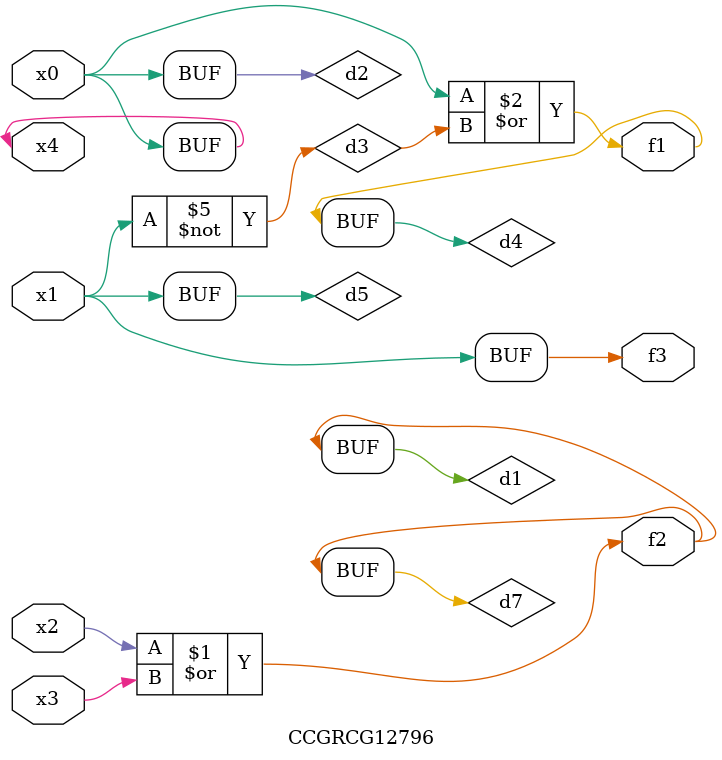
<source format=v>
module CCGRCG12796(
	input x0, x1, x2, x3, x4,
	output f1, f2, f3
);

	wire d1, d2, d3, d4, d5, d6, d7;

	or (d1, x2, x3);
	buf (d2, x0, x4);
	not (d3, x1);
	or (d4, d2, d3);
	not (d5, d3);
	nand (d6, d1, d3);
	or (d7, d1);
	assign f1 = d4;
	assign f2 = d7;
	assign f3 = d5;
endmodule

</source>
